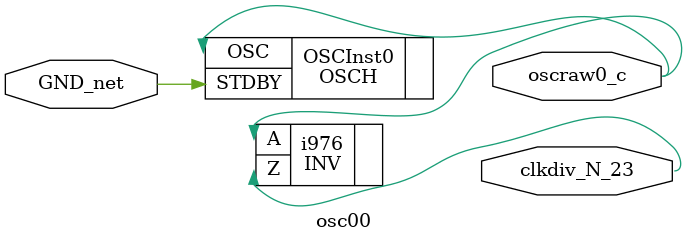
<source format=v>

module topDado (indiv0, oscraw0, oscdiv0, clk0, clr0, control0, 
            display0);   // c:/users/jcvelmon/desktop/semestre actual/dsd/practica_7/topdado.vhd(9[8:15])
    input [3:0]indiv0;   // c:/users/jcvelmon/desktop/semestre actual/dsd/practica_7/topdado.vhd(11[2:8])
    output oscraw0 /* synthesis .original_dir=IN_OUT */ ;   // c:/users/jcvelmon/desktop/semestre actual/dsd/practica_7/topdado.vhd(12[5:12])
    output oscdiv0 /* synthesis .original_dir=IN_OUT */ ;   // c:/users/jcvelmon/desktop/semestre actual/dsd/practica_7/topdado.vhd(13[8:15])
    output clk0;   // c:/users/jcvelmon/desktop/semestre actual/dsd/practica_7/topdado.vhd(14[6:10])
    input clr0;   // c:/users/jcvelmon/desktop/semestre actual/dsd/practica_7/topdado.vhd(15[3:7])
    input control0;   // c:/users/jcvelmon/desktop/semestre actual/dsd/practica_7/topdado.vhd(16[6:14])
    output [6:0]display0;   // c:/users/jcvelmon/desktop/semestre actual/dsd/practica_7/topdado.vhd(17[3:11])
    
    wire oscraw0_c /* synthesis is_clock=1 */ ;   // c:/users/jcvelmon/desktop/semestre actual/dsd/practica_7/topdado.vhd(12[5:12])
    wire oscdiv0_c /* synthesis is_clock=1, SET_AS_NETWORK=oscdiv0_c */ ;   // c:/users/jcvelmon/desktop/semestre actual/dsd/practica_7/topdado.vhd(13[8:15])
    
    wire indiv0_c_3, indiv0_c_2, indiv0_c_1, indiv0_c_0, clr0_c, control0_c, 
        display0_c, display0_c_5, display0_c_4, display0_c_2, display0_c_1, 
        display0_c_0, VCC_net, GND_net;
    
    VHI i974 (.Z(VCC_net));
    OB oscraw0_pad (.I(oscraw0_c), .O(oscraw0));   // c:/users/jcvelmon/desktop/semestre actual/dsd/practica_7/topdado.vhd(12[5:12])
    OB oscdiv0_pad (.I(oscdiv0_c), .O(oscdiv0));   // c:/users/jcvelmon/desktop/semestre actual/dsd/practica_7/topdado.vhd(13[8:15])
    dado0 REG00 (.display0_c_5(display0_c_5), .display0_c_2(display0_c_2), 
          .display0_c_1(display0_c_1), .display0_c_0(display0_c_0), .display0_c(display0_c), 
          .display0_c_4(display0_c_4), .oscdiv0_c(oscdiv0_c), .control0_c(control0_c));   // c:/users/jcvelmon/desktop/semestre actual/dsd/practica_7/topdado.vhd(27[9:14])
    VLO i1 (.Z(GND_net));
    topdiv00 OS00 (.indiv0_c_2(indiv0_c_2), .oscdiv0_c(oscdiv0_c), .indiv0_c_3(indiv0_c_3), 
            .indiv0_c_0(indiv0_c_0), .GND_net(GND_net), .indiv0_c_1(indiv0_c_1), 
            .oscraw0_c(oscraw0_c));   // c:/users/jcvelmon/desktop/semestre actual/dsd/practica_7/topdado.vhd(23[10:18])
    TSALL TSALL_INST (.TSALL(GND_net));
    GSR GSR_INST (.GSR(clr0_c));
    OB clk0_pad (.I(GND_net), .O(clk0));   // c:/users/jcvelmon/desktop/semestre actual/dsd/practica_7/topdado.vhd(14[6:10])
    OB display0_pad_6 (.I(display0_c), .O(display0[6]));   // c:/users/jcvelmon/desktop/semestre actual/dsd/practica_7/topdado.vhd(17[3:11])
    OB display0_pad_5 (.I(display0_c_5), .O(display0[5]));   // c:/users/jcvelmon/desktop/semestre actual/dsd/practica_7/topdado.vhd(17[3:11])
    OB display0_pad_4 (.I(display0_c_4), .O(display0[4]));   // c:/users/jcvelmon/desktop/semestre actual/dsd/practica_7/topdado.vhd(17[3:11])
    OB display0_pad_3 (.I(display0_c), .O(display0[3]));   // c:/users/jcvelmon/desktop/semestre actual/dsd/practica_7/topdado.vhd(17[3:11])
    OB display0_pad_2 (.I(display0_c_2), .O(display0[2]));   // c:/users/jcvelmon/desktop/semestre actual/dsd/practica_7/topdado.vhd(17[3:11])
    OB display0_pad_1 (.I(display0_c_1), .O(display0[1]));   // c:/users/jcvelmon/desktop/semestre actual/dsd/practica_7/topdado.vhd(17[3:11])
    OB display0_pad_0 (.I(display0_c_0), .O(display0[0]));   // c:/users/jcvelmon/desktop/semestre actual/dsd/practica_7/topdado.vhd(17[3:11])
    IB indiv0_pad_3 (.I(indiv0[3]), .O(indiv0_c_3));   // c:/users/jcvelmon/desktop/semestre actual/dsd/practica_7/topdado.vhd(11[2:8])
    IB indiv0_pad_2 (.I(indiv0[2]), .O(indiv0_c_2));   // c:/users/jcvelmon/desktop/semestre actual/dsd/practica_7/topdado.vhd(11[2:8])
    IB indiv0_pad_1 (.I(indiv0[1]), .O(indiv0_c_1));   // c:/users/jcvelmon/desktop/semestre actual/dsd/practica_7/topdado.vhd(11[2:8])
    IB indiv0_pad_0 (.I(indiv0[0]), .O(indiv0_c_0));   // c:/users/jcvelmon/desktop/semestre actual/dsd/practica_7/topdado.vhd(11[2:8])
    IB clr0_pad (.I(clr0), .O(clr0_c));   // c:/users/jcvelmon/desktop/semestre actual/dsd/practica_7/topdado.vhd(15[3:7])
    IB control0_pad (.I(control0), .O(control0_c));   // c:/users/jcvelmon/desktop/semestre actual/dsd/practica_7/topdado.vhd(16[6:14])
    PUR PUR_INST (.PUR(VCC_net));
    defparam PUR_INST.RST_PULSE = 1;
    
endmodule
//
// Verilog Description of module dado0
//

module dado0 (display0_c_5, display0_c_2, display0_c_1, display0_c_0, 
            display0_c, display0_c_4, oscdiv0_c, control0_c);
    output display0_c_5;
    output display0_c_2;
    output display0_c_1;
    output display0_c_0;
    output display0_c;
    output display0_c_4;
    input oscdiv0_c;
    input control0_c;
    
    wire oscdiv0_c /* synthesis is_clock=1, SET_AS_NETWORK=oscdiv0_c */ ;   // c:/users/jcvelmon/desktop/semestre actual/dsd/practica_7/topdado.vhd(13[8:15])
    
    wire n1088, n1089;
    wire [6:0]display_6__N_209;
    
    wire n1083, n1087, n6, n1084, n1085, n1024, n953, n385;
    
    LUT4 i898_3_lut_4_lut (.A(n1088), .B(display0_c_5), .C(n1089), .D(display0_c_2), 
         .Z(display_6__N_209[0])) /* synthesis lut_function=(!(A+((C+(D))+!B))) */ ;   // c:/users/jcvelmon/desktop/semestre actual/dsd/practica_7/dado.vhd(35[12:16])
    defparam i898_3_lut_4_lut.init = 16'h0004;
    LUT4 i901_2_lut_2_lut (.A(n1083), .B(display_6__N_209[4]), .Z(display_6__N_209[1])) /* synthesis lut_function=((B)+!A) */ ;
    defparam i901_2_lut_2_lut.init = 16'hdddd;
    LUT4 i1_2_lut_rep_16 (.A(display0_c_5), .B(display0_c_1), .Z(n1087)) /* synthesis lut_function=(A+!(B)) */ ;   // c:/users/jcvelmon/desktop/semestre actual/dsd/practica_7/dado.vhd(34[12:16])
    defparam i1_2_lut_rep_16.init = 16'hbbbb;
    LUT4 i2_2_lut_3_lut_4_lut (.A(display0_c_5), .B(display0_c_1), .C(display0_c_2), 
         .D(display0_c_0), .Z(n6)) /* synthesis lut_function=(A+((C+(D))+!B)) */ ;   // c:/users/jcvelmon/desktop/semestre actual/dsd/practica_7/dado.vhd(34[12:16])
    defparam i2_2_lut_3_lut_4_lut.init = 16'hfffb;
    LUT4 i1_2_lut_rep_13_3_lut (.A(display0_c_5), .B(display0_c_1), .C(display0_c_0), 
         .Z(n1084)) /* synthesis lut_function=(A+((C)+!B)) */ ;   // c:/users/jcvelmon/desktop/semestre actual/dsd/practica_7/dado.vhd(34[12:16])
    defparam i1_2_lut_rep_13_3_lut.init = 16'hfbfb;
    LUT4 i887_2_lut_2_lut_3_lut_4_lut (.A(display0_c_0), .B(n1087), .C(display_6__N_209[0]), 
         .D(n1085), .Z(display_6__N_209[6])) /* synthesis lut_function=(A (C)+!A (B (C)+!B (C+!(D)))) */ ;   // c:/users/jcvelmon/desktop/semestre actual/dsd/practica_7/dado.vhd(34[12:16])
    defparam i887_2_lut_2_lut_3_lut_4_lut.init = 16'hf0f1;
    LUT4 i1_2_lut_rep_17 (.A(display0_c_0), .B(display0_c_1), .Z(n1088)) /* synthesis lut_function=(A+(B)) */ ;   // c:/users/jcvelmon/desktop/semestre actual/dsd/practica_7/dado.vhd(36[12:16])
    defparam i1_2_lut_rep_17.init = 16'heeee;
    LUT4 i1_4_lut_rep_12 (.A(display_6__N_209[0]), .B(display0_c), .C(n6), 
         .D(display0_c_4), .Z(n1083)) /* synthesis lut_function=(!(A+!(B+(C+!(D))))) */ ;
    defparam i1_4_lut_rep_12.init = 16'h5455;
    FD1P3AY display__i1 (.D(display_6__N_209[0]), .SP(control0_c), .CK(oscdiv0_c), 
            .Q(display0_c_0)) /* synthesis LSE_LINE_FILE_ID=25, LSE_LCOL=9, LSE_RCOL=14, LSE_LLINE=27, LSE_RLINE=27 */ ;   // c:/users/jcvelmon/desktop/semestre actual/dsd/practica_7/dado.vhd(25[3] 41[10])
    defparam display__i1.GSR = "ENABLED";
    LUT4 display0_c_bdd_4_lut_949 (.A(display0_c), .B(display0_c_2), .C(n1088), 
         .D(display0_c_5), .Z(n1024)) /* synthesis lut_function=(!(A ((C+(D))+!B)+!A ((C+!(D))+!B))) */ ;
    defparam display0_c_bdd_4_lut_949.init = 16'h0408;
    LUT4 n1024_bdd_2_lut (.A(n1024), .B(display0_c_4), .Z(display_6__N_209[5])) /* synthesis lut_function=(!((B)+!A)) */ ;
    defparam n1024_bdd_2_lut.init = 16'h2222;
    LUT4 equal_6_i10_2_lut_rep_18 (.A(display0_c), .B(display0_c_4), .Z(n1089)) /* synthesis lut_function=(A+(B)) */ ;   // c:/users/jcvelmon/desktop/semestre actual/dsd/practica_7/dado.vhd(33[12:16])
    defparam equal_6_i10_2_lut_rep_18.init = 16'heeee;
    LUT4 i3_4_lut (.A(display0_c_2), .B(n1088), .C(display0_c_5), .D(n953), 
         .Z(n385)) /* synthesis lut_function=((B+(C+(D)))+!A) */ ;   // c:/users/jcvelmon/desktop/semestre actual/dsd/practica_7/dado.vhd(34[12:16])
    defparam i3_4_lut.init = 16'hfffd;
    LUT4 i884_3_lut_3_lut_4_lut (.A(n1085), .B(n1084), .C(n385), .D(n1083), 
         .Z(display_6__N_209[2])) /* synthesis lut_function=(!(A (C (D))+!A (B (C (D))))) */ ;   // c:/users/jcvelmon/desktop/semestre actual/dsd/practica_7/dado.vhd(34[12:16])
    defparam i884_3_lut_3_lut_4_lut.init = 16'h1fff;
    LUT4 i1_2_lut (.A(display0_c_4), .B(display0_c), .Z(n953)) /* synthesis lut_function=(A+!(B)) */ ;   // c:/users/jcvelmon/desktop/semestre actual/dsd/practica_7/dado.vhd(34[12:16])
    defparam i1_2_lut.init = 16'hbbbb;
    LUT4 i905_4_lut (.A(n953), .B(display0_c_0), .C(n1087), .D(display0_c_2), 
         .Z(display_6__N_209[4])) /* synthesis lut_function=(!(A+((C+!(D))+!B))) */ ;   // c:/users/jcvelmon/desktop/semestre actual/dsd/practica_7/dado.vhd(31[12:16])
    defparam i905_4_lut.init = 16'h0400;
    FD1P3AX display__i6 (.D(display_6__N_209[6]), .SP(control0_c), .CK(oscdiv0_c), 
            .Q(display0_c)) /* synthesis LSE_LINE_FILE_ID=25, LSE_LCOL=9, LSE_RCOL=14, LSE_LLINE=27, LSE_RLINE=27 */ ;   // c:/users/jcvelmon/desktop/semestre actual/dsd/practica_7/dado.vhd(25[3] 41[10])
    defparam display__i6.GSR = "ENABLED";
    LUT4 i1_2_lut_rep_14_3_lut (.A(display0_c), .B(display0_c_4), .C(display0_c_2), 
         .Z(n1085)) /* synthesis lut_function=(A+(B+!(C))) */ ;   // c:/users/jcvelmon/desktop/semestre actual/dsd/practica_7/dado.vhd(33[12:16])
    defparam i1_2_lut_rep_14_3_lut.init = 16'hefef;
    FD1P3AX display__i5 (.D(display_6__N_209[5]), .SP(control0_c), .CK(oscdiv0_c), 
            .Q(display0_c_5)) /* synthesis LSE_LINE_FILE_ID=25, LSE_LCOL=9, LSE_RCOL=14, LSE_LLINE=27, LSE_RLINE=27 */ ;   // c:/users/jcvelmon/desktop/semestre actual/dsd/practica_7/dado.vhd(25[3] 41[10])
    defparam display__i5.GSR = "ENABLED";
    FD1P3AX display__i4 (.D(display_6__N_209[4]), .SP(control0_c), .CK(oscdiv0_c), 
            .Q(display0_c_4)) /* synthesis LSE_LINE_FILE_ID=25, LSE_LCOL=9, LSE_RCOL=14, LSE_LLINE=27, LSE_RLINE=27 */ ;   // c:/users/jcvelmon/desktop/semestre actual/dsd/practica_7/dado.vhd(25[3] 41[10])
    defparam display__i4.GSR = "ENABLED";
    FD1P3AX display__i3 (.D(display_6__N_209[2]), .SP(control0_c), .CK(oscdiv0_c), 
            .Q(display0_c_2)) /* synthesis LSE_LINE_FILE_ID=25, LSE_LCOL=9, LSE_RCOL=14, LSE_LLINE=27, LSE_RLINE=27 */ ;   // c:/users/jcvelmon/desktop/semestre actual/dsd/practica_7/dado.vhd(25[3] 41[10])
    defparam display__i3.GSR = "ENABLED";
    FD1P3AX display__i2 (.D(display_6__N_209[1]), .SP(control0_c), .CK(oscdiv0_c), 
            .Q(display0_c_1)) /* synthesis LSE_LINE_FILE_ID=25, LSE_LCOL=9, LSE_RCOL=14, LSE_LLINE=27, LSE_RLINE=27 */ ;   // c:/users/jcvelmon/desktop/semestre actual/dsd/practica_7/dado.vhd(25[3] 41[10])
    defparam display__i2.GSR = "ENABLED";
    
endmodule
//
// Verilog Description of module topdiv00
//

module topdiv00 (indiv0_c_2, oscdiv0_c, indiv0_c_3, indiv0_c_0, GND_net, 
            indiv0_c_1, oscraw0_c);
    input indiv0_c_2;
    output oscdiv0_c;
    input indiv0_c_3;
    input indiv0_c_0;
    input GND_net;
    input indiv0_c_1;
    output oscraw0_c;
    
    wire oscdiv0_c /* synthesis is_clock=1, SET_AS_NETWORK=oscdiv0_c */ ;   // c:/users/jcvelmon/desktop/semestre actual/dsd/practica_7/topdado.vhd(13[8:15])
    wire clkdiv_N_23 /* synthesis is_inv_clock=1 */ ;   // c:/users/jcvelmon/desktop/semestre actual/dsd/practica_7/impl1/source/div00.vhd(18[8:12])
    wire oscraw0_c /* synthesis is_clock=1 */ ;   // c:/users/jcvelmon/desktop/semestre actual/dsd/practica_7/topdado.vhd(12[5:12])
    
    div00 OS01 (.indiv0_c_2(indiv0_c_2), .oscdiv0_c(oscdiv0_c), .clkdiv_N_23(clkdiv_N_23), 
          .indiv0_c_3(indiv0_c_3), .indiv0_c_0(indiv0_c_0), .GND_net(GND_net), 
          .indiv0_c_1(indiv0_c_1));   // c:/users/jcvelmon/desktop/semestre actual/dsd/practica_7/impl1/source/topdiv00.vhd(23[9:14])
    osc00 OS00 (.GND_net(GND_net), .oscraw0_c(oscraw0_c), .clkdiv_N_23(clkdiv_N_23));   // c:/users/jcvelmon/desktop/semestre actual/dsd/practica_7/impl1/source/topdiv00.vhd(21[9:14])
    
endmodule
//
// Verilog Description of module div00
//

module div00 (indiv0_c_2, oscdiv0_c, clkdiv_N_23, indiv0_c_3, indiv0_c_0, 
            GND_net, indiv0_c_1);
    input indiv0_c_2;
    output oscdiv0_c;
    input clkdiv_N_23;
    input indiv0_c_3;
    input indiv0_c_0;
    input GND_net;
    input indiv0_c_1;
    
    wire oscdiv0_c /* synthesis is_clock=1, SET_AS_NETWORK=oscdiv0_c */ ;   // c:/users/jcvelmon/desktop/semestre actual/dsd/practica_7/topdado.vhd(13[8:15])
    wire clkdiv_N_23 /* synthesis is_inv_clock=1 */ ;   // c:/users/jcvelmon/desktop/semestre actual/dsd/practica_7/impl1/source/div00.vhd(18[8:12])
    wire [20:0]sdiv;   // c:/users/jcvelmon/desktop/semestre actual/dsd/practica_7/impl1/source/div00.vhd(18[8:12])
    
    wire n1077, clkdiv_N_23_enable_22, n463;
    wire [20:0]n89;
    
    wire n328, n1086, n943, n8, n665, n930, n1091, n7, n1078, 
        n1079, n801, n1082, n1076, n1026, n1029, n1030, n4, 
        n1032, n792, n796, n797, n965, n1023, n800, n1080, n1031, 
        n1090, n795, n1027, n978, outdiv_N_171, n1028, clkdiv_N_23_enable_21, 
        n793, n794, n799, n798;
    
    LUT4 oscdiv0_c_bdd_2_lut_4_lut (.A(indiv0_c_2), .B(sdiv[18]), .C(sdiv[17]), 
         .D(oscdiv0_c), .Z(n1077)) /* synthesis lut_function=(!(A (B (D)+!B (C (D)+!C !(D)))+!A (B (D)+!B !(D)))) */ ;
    defparam oscdiv0_c_bdd_2_lut_4_lut.init = 16'h13ec;
    FD1P3IX sdiv_69__i2 (.D(n89[2]), .SP(clkdiv_N_23_enable_22), .CD(n463), 
            .CK(clkdiv_N_23), .Q(sdiv[2])) /* synthesis syn_use_carry_chain=1 */ ;   // C:/lscc/diamond/3.9/ispfpga/vhdl_packages/syn_arit.vhd(928[41:65])
    defparam sdiv_69__i2.GSR = "DISABLED";
    FD1P3IX sdiv_69__i15 (.D(n89[15]), .SP(clkdiv_N_23_enable_22), .CD(n463), 
            .CK(clkdiv_N_23), .Q(sdiv[15])) /* synthesis syn_use_carry_chain=1 */ ;   // C:/lscc/diamond/3.9/ispfpga/vhdl_packages/syn_arit.vhd(928[41:65])
    defparam sdiv_69__i15.GSR = "DISABLED";
    FD1P3IX sdiv_69__i16 (.D(n89[16]), .SP(clkdiv_N_23_enable_22), .CD(n463), 
            .CK(clkdiv_N_23), .Q(sdiv[16])) /* synthesis syn_use_carry_chain=1 */ ;   // C:/lscc/diamond/3.9/ispfpga/vhdl_packages/syn_arit.vhd(928[41:65])
    defparam sdiv_69__i16.GSR = "DISABLED";
    LUT4 i2_3_lut (.A(indiv0_c_3), .B(indiv0_c_2), .C(indiv0_c_0), .Z(n328)) /* synthesis lut_function=(((C)+!B)+!A) */ ;
    defparam i2_3_lut.init = 16'hf7f7;
    LUT4 i5_4_lut (.A(sdiv[15]), .B(n1086), .C(n943), .D(n8), .Z(n665)) /* synthesis lut_function=(A+(B+(C+(D)))) */ ;
    defparam i5_4_lut.init = 16'hfffe;
    LUT4 i2_2_lut (.A(sdiv[16]), .B(sdiv[14]), .Z(n8)) /* synthesis lut_function=(A+(B)) */ ;
    defparam i2_2_lut.init = 16'heeee;
    FD1P3IX sdiv_69__i17 (.D(n89[17]), .SP(clkdiv_N_23_enable_22), .CD(n463), 
            .CK(clkdiv_N_23), .Q(sdiv[17])) /* synthesis syn_use_carry_chain=1 */ ;   // C:/lscc/diamond/3.9/ispfpga/vhdl_packages/syn_arit.vhd(928[41:65])
    defparam sdiv_69__i17.GSR = "DISABLED";
    LUT4 i1_2_lut_3_lut (.A(sdiv[12]), .B(sdiv[13]), .C(sdiv[14]), .Z(n930)) /* synthesis lut_function=(A+(B+(C))) */ ;
    defparam i1_2_lut_3_lut.init = 16'hfefe;
    LUT4 i1_2_lut_rep_20 (.A(sdiv[16]), .B(sdiv[15]), .Z(n1091)) /* synthesis lut_function=(A+(B)) */ ;   // c:/users/jcvelmon/desktop/semestre actual/dsd/practica_7/impl1/source/div00.vhd(60[11:79])
    defparam i1_2_lut_rep_20.init = 16'heeee;
    LUT4 i15_4_lut_4_lut (.A(sdiv[16]), .B(sdiv[15]), .C(indiv0_c_0), 
         .D(sdiv[14]), .Z(n7)) /* synthesis lut_function=(A+!(B (C)+!B (C+!(D)))) */ ;   // c:/users/jcvelmon/desktop/semestre actual/dsd/practica_7/impl1/source/div00.vhd(60[11:79])
    defparam i15_4_lut_4_lut.init = 16'hafae;
    LUT4 n1078_bdd_3_lut_4_lut_4_lut (.A(oscdiv0_c), .B(n1078), .C(sdiv[19]), 
         .D(sdiv[20]), .Z(n1079)) /* synthesis lut_function=(!(A ((C+(D))+!B)+!A !(B+(C+(D))))) */ ;
    defparam n1078_bdd_3_lut_4_lut_4_lut.init = 16'h555c;
    LUT4 i1_2_lut_rep_15 (.A(sdiv[20]), .B(sdiv[19]), .Z(n1086)) /* synthesis lut_function=(A+(B)) */ ;
    defparam i1_2_lut_rep_15.init = 16'heeee;
    CCU2D sdiv_69_add_4_21 (.A0(sdiv[19]), .B0(GND_net), .C0(GND_net), 
          .D0(GND_net), .A1(sdiv[20]), .B1(GND_net), .C1(GND_net), .D1(GND_net), 
          .CIN(n801), .S0(n89[19]), .S1(n89[20]));   // C:/lscc/diamond/3.9/ispfpga/vhdl_packages/syn_arit.vhd(928[41:65])
    defparam sdiv_69_add_4_21.INIT0 = 16'hfaaa;
    defparam sdiv_69_add_4_21.INIT1 = 16'hfaaa;
    defparam sdiv_69_add_4_21.INJECT1_0 = "NO";
    defparam sdiv_69_add_4_21.INJECT1_1 = "NO";
    FD1P3IX sdiv_69__i3 (.D(n89[3]), .SP(clkdiv_N_23_enable_22), .CD(n463), 
            .CK(clkdiv_N_23), .Q(sdiv[3])) /* synthesis syn_use_carry_chain=1 */ ;   // C:/lscc/diamond/3.9/ispfpga/vhdl_packages/syn_arit.vhd(928[41:65])
    defparam sdiv_69__i3.GSR = "DISABLED";
    LUT4 oscdiv0_c_bdd_4_lut_937 (.A(oscdiv0_c), .B(n1082), .C(sdiv[17]), 
         .D(sdiv[18]), .Z(n1076)) /* synthesis lut_function=(!(A (B+(C+(D)))+!A !(B+(C+(D))))) */ ;
    defparam oscdiv0_c_bdd_4_lut_937.init = 16'h5556;
    LUT4 n1029_bdd_3_lut_4_lut (.A(sdiv[20]), .B(sdiv[19]), .C(n1026), 
         .D(n1029), .Z(n1030)) /* synthesis lut_function=(A (C)+!A (B (C)+!B (D))) */ ;
    defparam n1029_bdd_3_lut_4_lut.init = 16'hf1e0;
    FD1P3IX sdiv_69__i4 (.D(n89[4]), .SP(clkdiv_N_23_enable_22), .CD(n463), 
            .CK(clkdiv_N_23), .Q(sdiv[4])) /* synthesis syn_use_carry_chain=1 */ ;   // C:/lscc/diamond/3.9/ispfpga/vhdl_packages/syn_arit.vhd(928[41:65])
    defparam sdiv_69__i4.GSR = "DISABLED";
    LUT4 i1_4_lut (.A(clkdiv_N_23_enable_22), .B(indiv0_c_1), .C(n4), 
         .D(n1032), .Z(n463)) /* synthesis lut_function=(A (B (C+(D))+!B (C))) */ ;   // C:/lscc/diamond/3.9/ispfpga/vhdl_packages/syn_arit.vhd(928[41:65])
    defparam i1_4_lut.init = 16'ha8a0;
    FD1P3IX sdiv_69__i13 (.D(n89[13]), .SP(clkdiv_N_23_enable_22), .CD(n463), 
            .CK(clkdiv_N_23), .Q(sdiv[13])) /* synthesis syn_use_carry_chain=1 */ ;   // C:/lscc/diamond/3.9/ispfpga/vhdl_packages/syn_arit.vhd(928[41:65])
    defparam sdiv_69__i13.GSR = "DISABLED";
    CCU2D sdiv_69_add_4_1 (.A0(GND_net), .B0(GND_net), .C0(GND_net), .D0(GND_net), 
          .A1(sdiv[0]), .B1(GND_net), .C1(GND_net), .D1(GND_net), .COUT(n792), 
          .S1(n89[0]));   // C:/lscc/diamond/3.9/ispfpga/vhdl_packages/syn_arit.vhd(928[41:65])
    defparam sdiv_69_add_4_1.INIT0 = 16'hF000;
    defparam sdiv_69_add_4_1.INIT1 = 16'h0555;
    defparam sdiv_69_add_4_1.INJECT1_0 = "NO";
    defparam sdiv_69_add_4_1.INJECT1_1 = "NO";
    CCU2D sdiv_69_add_4_11 (.A0(sdiv[9]), .B0(GND_net), .C0(GND_net), 
          .D0(GND_net), .A1(sdiv[10]), .B1(GND_net), .C1(GND_net), .D1(GND_net), 
          .CIN(n796), .COUT(n797), .S0(n89[9]), .S1(n89[10]));   // C:/lscc/diamond/3.9/ispfpga/vhdl_packages/syn_arit.vhd(928[41:65])
    defparam sdiv_69_add_4_11.INIT0 = 16'hfaaa;
    defparam sdiv_69_add_4_11.INIT1 = 16'hfaaa;
    defparam sdiv_69_add_4_11.INJECT1_0 = "NO";
    defparam sdiv_69_add_4_11.INJECT1_1 = "NO";
    LUT4 i1_4_lut_adj_8 (.A(n965), .B(indiv0_c_3), .C(n1023), .D(indiv0_c_2), 
         .Z(n4)) /* synthesis lut_function=(A+!(B+((D)+!C))) */ ;   // C:/lscc/diamond/3.9/ispfpga/vhdl_packages/syn_arit.vhd(928[41:65])
    defparam i1_4_lut_adj_8.init = 16'haaba;
    LUT4 sdiv_20__bdd_4_lut (.A(sdiv[20]), .B(indiv0_c_1), .C(indiv0_c_0), 
         .D(sdiv[19]), .Z(n1023)) /* synthesis lut_function=(!(A (B)+!A (B+!(C (D))))) */ ;
    defparam sdiv_20__bdd_4_lut.init = 16'h3222;
    CCU2D sdiv_69_add_4_19 (.A0(sdiv[17]), .B0(GND_net), .C0(GND_net), 
          .D0(GND_net), .A1(sdiv[18]), .B1(GND_net), .C1(GND_net), .D1(GND_net), 
          .CIN(n800), .COUT(n801), .S0(n89[17]), .S1(n89[18]));   // C:/lscc/diamond/3.9/ispfpga/vhdl_packages/syn_arit.vhd(928[41:65])
    defparam sdiv_69_add_4_19.INIT0 = 16'hfaaa;
    defparam sdiv_69_add_4_19.INIT1 = 16'hfaaa;
    defparam sdiv_69_add_4_19.INJECT1_0 = "NO";
    defparam sdiv_69_add_4_19.INJECT1_1 = "NO";
    FD1P3IX sdiv_69__i14 (.D(n89[14]), .SP(clkdiv_N_23_enable_22), .CD(n463), 
            .CK(clkdiv_N_23), .Q(sdiv[14])) /* synthesis syn_use_carry_chain=1 */ ;   // C:/lscc/diamond/3.9/ispfpga/vhdl_packages/syn_arit.vhd(928[41:65])
    defparam sdiv_69__i14.GSR = "DISABLED";
    FD1P3IX sdiv_69__i0 (.D(n89[0]), .SP(clkdiv_N_23_enable_22), .CD(n463), 
            .CK(clkdiv_N_23), .Q(sdiv[0])) /* synthesis syn_use_carry_chain=1 */ ;   // C:/lscc/diamond/3.9/ispfpga/vhdl_packages/syn_arit.vhd(928[41:65])
    defparam sdiv_69__i0.GSR = "DISABLED";
    LUT4 oscdiv0_c_bdd_4_lut_965 (.A(oscdiv0_c), .B(sdiv[20]), .C(sdiv[19]), 
         .D(indiv0_c_0), .Z(n1080)) /* synthesis lut_function=(!(A (B+(C (D)))+!A !(B+(C (D))))) */ ;
    defparam oscdiv0_c_bdd_4_lut_965.init = 16'h5666;
    LUT4 indiv0_c_0_bdd_3_lut_956 (.A(n665), .B(indiv0_c_2), .C(indiv0_c_3), 
         .Z(n1031)) /* synthesis lut_function=(A (B (C))) */ ;
    defparam indiv0_c_0_bdd_3_lut_956.init = 16'h8080;
    FD1P3IX sdiv_69__i8 (.D(n89[8]), .SP(clkdiv_N_23_enable_22), .CD(n463), 
            .CK(clkdiv_N_23), .Q(sdiv[8])) /* synthesis syn_use_carry_chain=1 */ ;   // C:/lscc/diamond/3.9/ispfpga/vhdl_packages/syn_arit.vhd(928[41:65])
    defparam sdiv_69__i8.GSR = "DISABLED";
    LUT4 i2_4_lut (.A(n665), .B(n328), .C(n1090), .D(indiv0_c_1), .Z(n965)) /* synthesis lut_function=(!(A (B+(D))+!A (B+((D)+!C)))) */ ;
    defparam i2_4_lut.init = 16'h0032;
    LUT4 n930_bdd_4_lut (.A(n930), .B(n1091), .C(n7), .D(indiv0_c_1), 
         .Z(n1082)) /* synthesis lut_function=(A (C+!(D))+!A (B (C+!(D))+!B (C (D)))) */ ;
    defparam n930_bdd_4_lut.init = 16'hf0ee;
    LUT4 n4_bdd_2_lut_926 (.A(indiv0_c_2), .B(indiv0_c_3), .Z(n1026)) /* synthesis lut_function=(A+!(B)) */ ;
    defparam n4_bdd_2_lut_926.init = 16'hbbbb;
    CCU2D sdiv_69_add_4_9 (.A0(sdiv[7]), .B0(GND_net), .C0(GND_net), .D0(GND_net), 
          .A1(sdiv[8]), .B1(GND_net), .C1(GND_net), .D1(GND_net), .CIN(n795), 
          .COUT(n796), .S0(n89[7]), .S1(n89[8]));   // C:/lscc/diamond/3.9/ispfpga/vhdl_packages/syn_arit.vhd(928[41:65])
    defparam sdiv_69_add_4_9.INIT0 = 16'hfaaa;
    defparam sdiv_69_add_4_9.INIT1 = 16'hfaaa;
    defparam sdiv_69_add_4_9.INJECT1_0 = "NO";
    defparam sdiv_69_add_4_9.INJECT1_1 = "NO";
    FD1P3IX sdiv_69__i5 (.D(n89[5]), .SP(clkdiv_N_23_enable_22), .CD(n463), 
            .CK(clkdiv_N_23), .Q(sdiv[5])) /* synthesis syn_use_carry_chain=1 */ ;   // C:/lscc/diamond/3.9/ispfpga/vhdl_packages/syn_arit.vhd(928[41:65])
    defparam sdiv_69__i5.GSR = "DISABLED";
    LUT4 indiv0_c_2_bdd_4_lut (.A(indiv0_c_3), .B(sdiv[16]), .C(sdiv[18]), 
         .D(sdiv[17]), .Z(n1027)) /* synthesis lut_function=(A (B+(C+(D)))+!A (C+(D))) */ ;
    defparam indiv0_c_2_bdd_4_lut.init = 16'hfff8;
    PFUMX i913 (.BLUT(n1031), .ALUT(n1030), .C0(indiv0_c_0), .Z(n1032));
    LUT4 i907_3_lut (.A(indiv0_c_3), .B(indiv0_c_2), .C(indiv0_c_1), .Z(n978)) /* synthesis lut_function=(A+(B+(C))) */ ;   // c:/users/jcvelmon/desktop/semestre actual/dsd/practica_7/impl1/source/div00.vhd(23[5] 74[14])
    defparam i907_3_lut.init = 16'hfefe;
    PFUMX i938 (.BLUT(n1080), .ALUT(n1079), .C0(n978), .Z(outdiv_N_171));
    FD1P3IX sdiv_69__i9 (.D(n89[9]), .SP(clkdiv_N_23_enable_22), .CD(n463), 
            .CK(clkdiv_N_23), .Q(sdiv[9])) /* synthesis syn_use_carry_chain=1 */ ;   // C:/lscc/diamond/3.9/ispfpga/vhdl_packages/syn_arit.vhd(928[41:65])
    defparam sdiv_69__i9.GSR = "DISABLED";
    LUT4 i1_2_lut (.A(sdiv[17]), .B(sdiv[18]), .Z(n943)) /* synthesis lut_function=(A+(B)) */ ;
    defparam i1_2_lut.init = 16'heeee;
    LUT4 indiv0_c_2_bdd_2_lut (.A(indiv0_c_3), .B(sdiv[18]), .Z(n1028)) /* synthesis lut_function=(!(A+!(B))) */ ;
    defparam indiv0_c_2_bdd_2_lut.init = 16'h4444;
    PFUMX i935 (.BLUT(n1077), .ALUT(n1076), .C0(indiv0_c_3), .Z(n1078));
    FD1P3IX sdiv_69__i10 (.D(n89[10]), .SP(clkdiv_N_23_enable_22), .CD(n463), 
            .CK(clkdiv_N_23), .Q(sdiv[10])) /* synthesis syn_use_carry_chain=1 */ ;   // C:/lscc/diamond/3.9/ispfpga/vhdl_packages/syn_arit.vhd(928[41:65])
    defparam sdiv_69__i10.GSR = "DISABLED";
    LUT4 i27_4_lut (.A(indiv0_c_2), .B(indiv0_c_3), .C(indiv0_c_0), .D(indiv0_c_1), 
         .Z(clkdiv_N_23_enable_21)) /* synthesis lut_function=(A (B ((D)+!C)+!B (C (D)))+!A !(B+!(C+!(D)))) */ ;
    defparam i27_4_lut.init = 16'hb819;
    FD1P3IX sdiv_69__i6 (.D(n89[6]), .SP(clkdiv_N_23_enable_22), .CD(n463), 
            .CK(clkdiv_N_23), .Q(sdiv[6])) /* synthesis syn_use_carry_chain=1 */ ;   // C:/lscc/diamond/3.9/ispfpga/vhdl_packages/syn_arit.vhd(928[41:65])
    defparam sdiv_69__i6.GSR = "DISABLED";
    FD1P3IX sdiv_69__i11 (.D(n89[11]), .SP(clkdiv_N_23_enable_22), .CD(n463), 
            .CK(clkdiv_N_23), .Q(sdiv[11])) /* synthesis syn_use_carry_chain=1 */ ;   // C:/lscc/diamond/3.9/ispfpga/vhdl_packages/syn_arit.vhd(928[41:65])
    defparam sdiv_69__i11.GSR = "DISABLED";
    FD1P3IX sdiv_69__i12 (.D(n89[12]), .SP(clkdiv_N_23_enable_22), .CD(n463), 
            .CK(clkdiv_N_23), .Q(sdiv[12])) /* synthesis syn_use_carry_chain=1 */ ;   // C:/lscc/diamond/3.9/ispfpga/vhdl_packages/syn_arit.vhd(928[41:65])
    defparam sdiv_69__i12.GSR = "DISABLED";
    CCU2D sdiv_69_add_4_5 (.A0(sdiv[3]), .B0(GND_net), .C0(GND_net), .D0(GND_net), 
          .A1(sdiv[4]), .B1(GND_net), .C1(GND_net), .D1(GND_net), .CIN(n793), 
          .COUT(n794), .S0(n89[3]), .S1(n89[4]));   // C:/lscc/diamond/3.9/ispfpga/vhdl_packages/syn_arit.vhd(928[41:65])
    defparam sdiv_69_add_4_5.INIT0 = 16'hfaaa;
    defparam sdiv_69_add_4_5.INIT1 = 16'hfaaa;
    defparam sdiv_69_add_4_5.INJECT1_0 = "NO";
    defparam sdiv_69_add_4_5.INJECT1_1 = "NO";
    CCU2D sdiv_69_add_4_3 (.A0(sdiv[1]), .B0(GND_net), .C0(GND_net), .D0(GND_net), 
          .A1(sdiv[2]), .B1(GND_net), .C1(GND_net), .D1(GND_net), .CIN(n792), 
          .COUT(n793), .S0(n89[1]), .S1(n89[2]));   // C:/lscc/diamond/3.9/ispfpga/vhdl_packages/syn_arit.vhd(928[41:65])
    defparam sdiv_69_add_4_3.INIT0 = 16'hfaaa;
    defparam sdiv_69_add_4_3.INIT1 = 16'hfaaa;
    defparam sdiv_69_add_4_3.INJECT1_0 = "NO";
    defparam sdiv_69_add_4_3.INJECT1_1 = "NO";
    CCU2D sdiv_69_add_4_17 (.A0(sdiv[15]), .B0(GND_net), .C0(GND_net), 
          .D0(GND_net), .A1(sdiv[16]), .B1(GND_net), .C1(GND_net), .D1(GND_net), 
          .CIN(n799), .COUT(n800), .S0(n89[15]), .S1(n89[16]));   // C:/lscc/diamond/3.9/ispfpga/vhdl_packages/syn_arit.vhd(928[41:65])
    defparam sdiv_69_add_4_17.INIT0 = 16'hfaaa;
    defparam sdiv_69_add_4_17.INIT1 = 16'hfaaa;
    defparam sdiv_69_add_4_17.INJECT1_0 = "NO";
    defparam sdiv_69_add_4_17.INJECT1_1 = "NO";
    CCU2D sdiv_69_add_4_15 (.A0(sdiv[13]), .B0(GND_net), .C0(GND_net), 
          .D0(GND_net), .A1(sdiv[14]), .B1(GND_net), .C1(GND_net), .D1(GND_net), 
          .CIN(n798), .COUT(n799), .S0(n89[13]), .S1(n89[14]));   // C:/lscc/diamond/3.9/ispfpga/vhdl_packages/syn_arit.vhd(928[41:65])
    defparam sdiv_69_add_4_15.INIT0 = 16'hfaaa;
    defparam sdiv_69_add_4_15.INIT1 = 16'hfaaa;
    defparam sdiv_69_add_4_15.INJECT1_0 = "NO";
    defparam sdiv_69_add_4_15.INJECT1_1 = "NO";
    CCU2D sdiv_69_add_4_7 (.A0(sdiv[5]), .B0(GND_net), .C0(GND_net), .D0(GND_net), 
          .A1(sdiv[6]), .B1(GND_net), .C1(GND_net), .D1(GND_net), .CIN(n794), 
          .COUT(n795), .S0(n89[5]), .S1(n89[6]));   // C:/lscc/diamond/3.9/ispfpga/vhdl_packages/syn_arit.vhd(928[41:65])
    defparam sdiv_69_add_4_7.INIT0 = 16'hfaaa;
    defparam sdiv_69_add_4_7.INIT1 = 16'hfaaa;
    defparam sdiv_69_add_4_7.INJECT1_0 = "NO";
    defparam sdiv_69_add_4_7.INJECT1_1 = "NO";
    CCU2D sdiv_69_add_4_13 (.A0(sdiv[11]), .B0(GND_net), .C0(GND_net), 
          .D0(GND_net), .A1(sdiv[12]), .B1(GND_net), .C1(GND_net), .D1(GND_net), 
          .CIN(n797), .COUT(n798), .S0(n89[11]), .S1(n89[12]));   // C:/lscc/diamond/3.9/ispfpga/vhdl_packages/syn_arit.vhd(928[41:65])
    defparam sdiv_69_add_4_13.INIT0 = 16'hfaaa;
    defparam sdiv_69_add_4_13.INIT1 = 16'hfaaa;
    defparam sdiv_69_add_4_13.INJECT1_0 = "NO";
    defparam sdiv_69_add_4_13.INJECT1_1 = "NO";
    LUT4 i1_2_lut_rep_19 (.A(sdiv[12]), .B(sdiv[13]), .Z(n1090)) /* synthesis lut_function=(A+(B)) */ ;
    defparam i1_2_lut_rep_19.init = 16'heeee;
    FD1P3IX sdiv_69__i18 (.D(n89[18]), .SP(clkdiv_N_23_enable_22), .CD(n463), 
            .CK(clkdiv_N_23), .Q(sdiv[18])) /* synthesis syn_use_carry_chain=1 */ ;   // C:/lscc/diamond/3.9/ispfpga/vhdl_packages/syn_arit.vhd(928[41:65])
    defparam sdiv_69__i18.GSR = "DISABLED";
    FD1P3IX sdiv_69__i19 (.D(n89[19]), .SP(clkdiv_N_23_enable_22), .CD(n463), 
            .CK(clkdiv_N_23), .Q(sdiv[19])) /* synthesis syn_use_carry_chain=1 */ ;   // C:/lscc/diamond/3.9/ispfpga/vhdl_packages/syn_arit.vhd(928[41:65])
    defparam sdiv_69__i19.GSR = "DISABLED";
    FD1P3IX sdiv_69__i20 (.D(n89[20]), .SP(clkdiv_N_23_enable_22), .CD(n463), 
            .CK(clkdiv_N_23), .Q(sdiv[20])) /* synthesis syn_use_carry_chain=1 */ ;   // C:/lscc/diamond/3.9/ispfpga/vhdl_packages/syn_arit.vhd(928[41:65])
    defparam sdiv_69__i20.GSR = "DISABLED";
    FD1P3IX sdiv_69__i7 (.D(n89[7]), .SP(clkdiv_N_23_enable_22), .CD(n463), 
            .CK(clkdiv_N_23), .Q(sdiv[7])) /* synthesis syn_use_carry_chain=1 */ ;   // C:/lscc/diamond/3.9/ispfpga/vhdl_packages/syn_arit.vhd(928[41:65])
    defparam sdiv_69__i7.GSR = "DISABLED";
    FD1P3AX outdiv_58 (.D(outdiv_N_171), .SP(clkdiv_N_23_enable_21), .CK(clkdiv_N_23), 
            .Q(oscdiv0_c)) /* synthesis LSE_LINE_FILE_ID=23, LSE_LCOL=9, LSE_RCOL=14, LSE_LLINE=23, LSE_RLINE=23 */ ;   // c:/users/jcvelmon/desktop/semestre actual/dsd/practica_7/impl1/source/div00.vhd(22[3] 75[11])
    defparam outdiv_58.GSR = "DISABLED";
    FD1P3IX sdiv_69__i1 (.D(n89[1]), .SP(clkdiv_N_23_enable_22), .CD(n463), 
            .CK(clkdiv_N_23), .Q(sdiv[1])) /* synthesis syn_use_carry_chain=1 */ ;   // C:/lscc/diamond/3.9/ispfpga/vhdl_packages/syn_arit.vhd(928[41:65])
    defparam sdiv_69__i1.GSR = "DISABLED";
    LUT4 indiv0_c_3_bdd_4_lut (.A(indiv0_c_3), .B(indiv0_c_2), .C(indiv0_c_0), 
         .D(indiv0_c_1), .Z(clkdiv_N_23_enable_22)) /* synthesis lut_function=(A (B ((D)+!C))+!A (B (C (D))+!B (C+!(D)))) */ ;
    defparam indiv0_c_3_bdd_4_lut.init = 16'hd819;
    PFUMX i911 (.BLUT(n1028), .ALUT(n1027), .C0(indiv0_c_2), .Z(n1029));
    
endmodule
//
// Verilog Description of module osc00
//

module osc00 (GND_net, oscraw0_c, clkdiv_N_23);
    input GND_net;
    output oscraw0_c;
    output clkdiv_N_23;
    
    wire oscraw0_c /* synthesis is_clock=1 */ ;   // c:/users/jcvelmon/desktop/semestre actual/dsd/practica_7/topdado.vhd(12[5:12])
    wire clkdiv_N_23 /* synthesis is_inv_clock=1 */ ;   // c:/users/jcvelmon/desktop/semestre actual/dsd/practica_7/impl1/source/div00.vhd(18[8:12])
    
    OSCH OSCInst0 (.STDBY(GND_net), .OSC(oscraw0_c)) /* synthesis NOM_FREQ="2.08", syn_instantiated=1, LSE_LINE_FILE_ID=23, LSE_LCOL=9, LSE_RCOL=14, LSE_LLINE=21, LSE_RLINE=21 */ ;   // c:/users/jcvelmon/desktop/semestre actual/dsd/practica_7/impl1/source/osc00.vhd(22[11:15])
    defparam OSCInst0.NOM_FREQ = "2.08";
    INV i976 (.A(oscraw0_c), .Z(clkdiv_N_23));
    
endmodule
//
// Verilog Description of module \OSCH("2.08")(1,4) 
// module not written out since it is a black-box. 
//

//
// Verilog Description of module TSALL
// module not written out since it is a black-box. 
//

//
// Verilog Description of module PUR
// module not written out since it is a black-box. 
//


</source>
